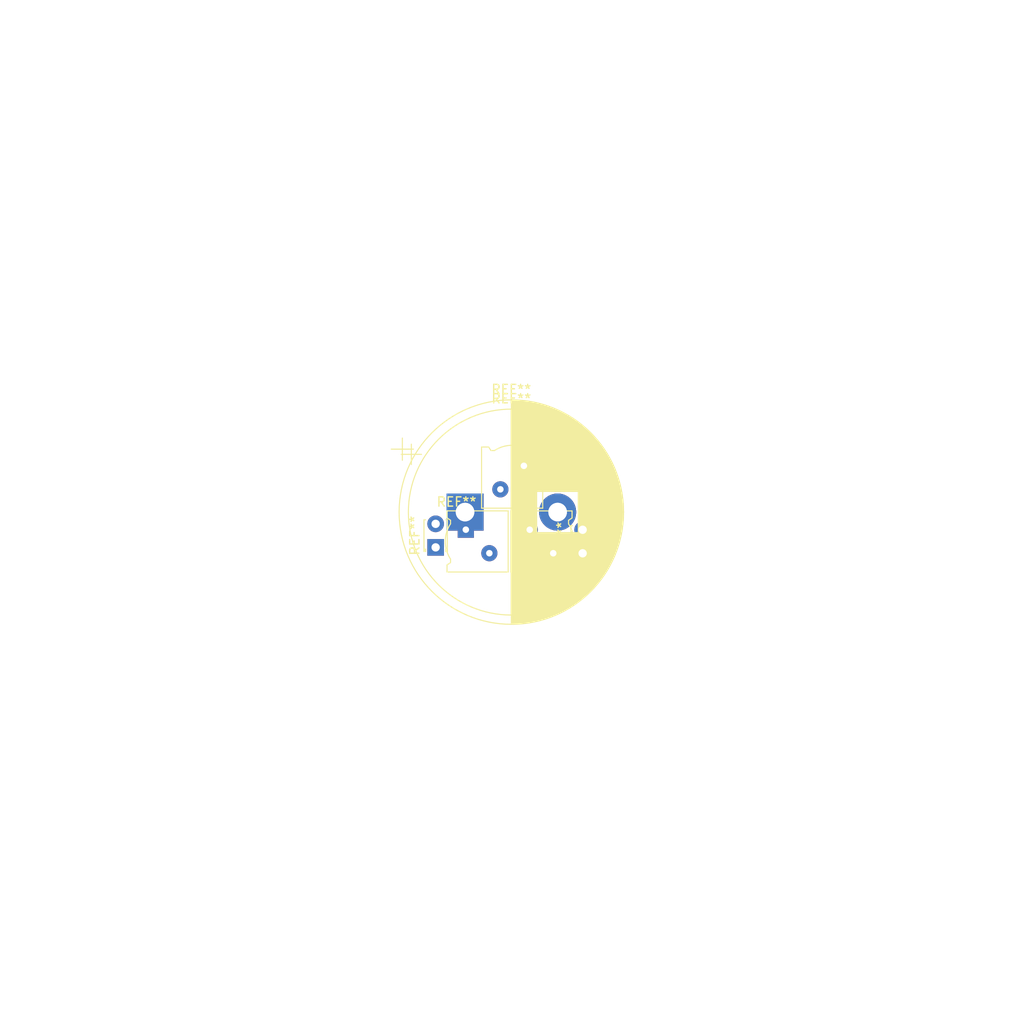
<source format=kicad_pcb>
(kicad_pcb (version 20211014) (generator pcbnew)
  (layers (0 "F.Cu" signal) (31 "B.Cu" signal) (34 "B.Paste" user) (35 "F.Paste" user) (36 "B.SilkS" user "B.Silkscreen") (37 "F.SilkS" user "F.Silkscreen") (38 "B.Mask" user) (39 "F.Mask" user) (44 "Edge.Cuts" user))
  (net 0 "")
  (footprint "Capacitor_THT:CP_Radial_D24.0mm_P10.00mm_SnapIn" (layer "F.Cu") (at 150.495 93.345)
    (fp_text reference "REF**" (at 5 -13.25) (layer "F.SilkS"))
    (fp_text value "CP_Radial_D24.0mm_P10.00mm_SnapIn")
    (pad "1" thru_hole rect (at 0 0) (size 4 4) (drill 2) (layers *.Cu *.Mask))
    (pad "2" thru_hole circle (at 10 0) (size 4 4) (drill 2) (layers *.Cu *.Mask))
  )
  (footprint "LED_THT:LED_VCCLite_5381H5_6.35x6.35mm" (layer "F.Cu") (at 150.579361 95.245)
    (fp_text reference "REF**" (at -1 -3) (layer "F.SilkS"))
    (fp_text value "LED_VCCLite_5381H5_6.35x6.35mm")
    (pad "1" thru_hole rect (at 0 0 270) (size 1.75 1.75) (drill 0.7) (layers *.Cu *.Mask))
    (pad "2" thru_hole circle (at 2.54 2.54 270) (size 1.75 1.75) (drill 0.7) (layers *.Cu *.Mask))
  )
  (footprint "Capacitor_THT:CP_Radial_D22.0mm_P10.00mm_SnapIn" (layer "F.Cu") (at 150.495 93.345)
    (fp_text reference "REF**" (at 5 -12.25) (layer "F.SilkS"))
    (fp_text value "CP_Radial_D22.0mm_P10.00mm_SnapIn")
    (pad "1" thru_hole rect (at 0 0) (size 4 4) (drill 2) (layers *.Cu *.Mask))
    (pad "2" thru_hole circle (at 10 0) (size 4 4) (drill 2) (layers *.Cu *.Mask))
  )
  (footprint "LED_THT:LED_VCCLite_5381H5_6.35x6.35mm" (layer "F.Cu") (at 156.85 88.349361 -90)
    (fp_text reference "REF**" (at -1 -3 90) (layer "F.SilkS"))
    (fp_text value "LED_VCCLite_5381H5_6.35x6.35mm")
    (pad "1" thru_hole rect (at 0 0 180) (size 1.75 1.75) (drill 0.7) (layers F&B.Cu *.Mask))
    (pad "2" thru_hole circle (at 2.54 2.54 180) (size 1.75 1.75) (drill 0.7) (layers F&B.Cu *.Mask))
  )
  (footprint "LED_THT:LED_D1.8mm_W3.3mm_H2.4mm" (layer "F.Cu") (at 163.195 97.795 90)
    (fp_text reference "REF**" (at 1.27 -2.26 90) (layer "F.SilkS"))
    (fp_text value "LED_D1.8mm_W3.3mm_H2.4mm")
    (pad "1" thru_hole rect (at 0 0 90) (size 1.8 1.8) (drill 0.9) (layers F&B.Cu *.Mask))
    (pad "2" thru_hole circle (at 2.54 0 90) (size 1.8 1.8) (drill 0.9) (layers F&B.Cu *.Mask))
  )
  (footprint "LED_THT:LED_D1.8mm_W3.3mm_H2.4mm" (layer "F.Cu") (at 147.32 97.155 90)
    (fp_text reference "REF**" (at 1.27 -2.26 90) (layer "F.SilkS"))
    (fp_text value "LED_D1.8mm_W3.3mm_H2.4mm")
    (pad "1" thru_hole rect (at 0 0 90) (size 1.8 1.8) (drill 0.9) (layers *.Cu *.Mask))
    (pad "2" thru_hole circle (at 2.54 0 90) (size 1.8 1.8) (drill 0.9) (layers *.Cu *.Mask))
  )
  (footprint "LED_THT:LED_VCCLite_5381H5_6.35x6.35mm" (layer "F.Cu") (at 160.02 97.79 180)
    (fp_text reference "REF**" (at -1 -3) (layer "F.SilkS"))
    (fp_text value "LED_VCCLite_5381H5_6.35x6.35mm")
    (pad "1" thru_hole rect (at 0 0 90) (size 1.75 1.75) (drill 0.7) (layers F&B.Cu *.Mask))
    (pad "2" thru_hole circle (at 2.54 2.54 90) (size 1.75 1.75) (drill 0.7) (layers F&B.Cu *.Mask))
  )
)
</source>
